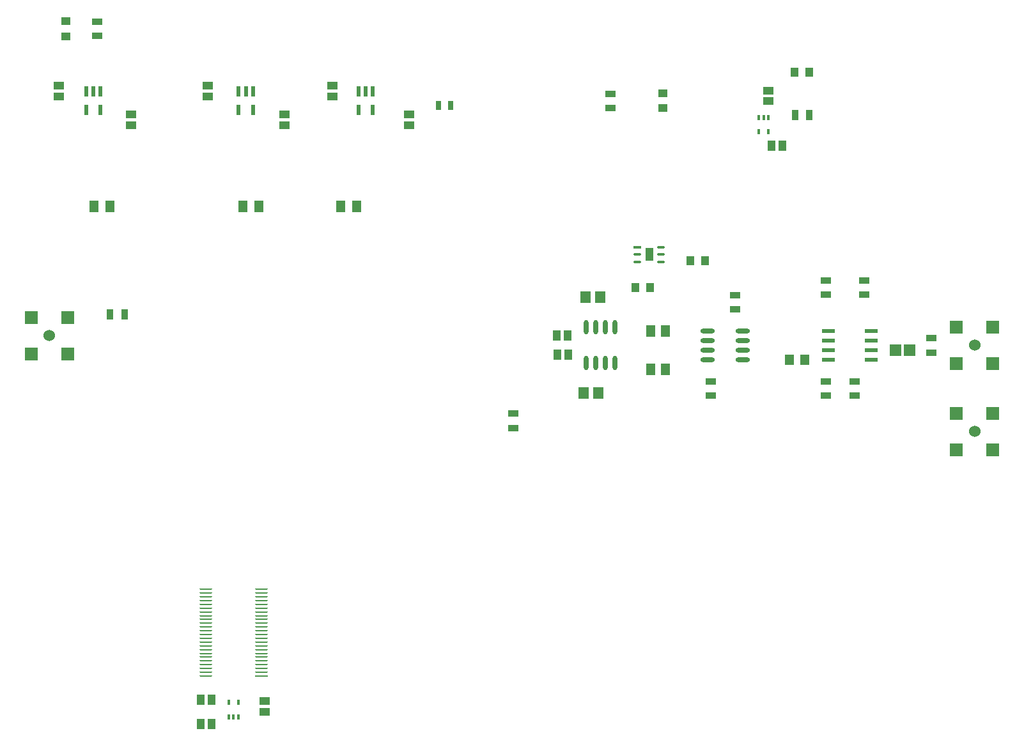
<source format=gtp>
G04*
G04 #@! TF.GenerationSoftware,Altium Limited,Altium Designer,22.7.1 (60)*
G04*
G04 Layer_Color=8421504*
%FSLAX44Y44*%
%MOMM*%
G71*
G04*
G04 #@! TF.SameCoordinates,34B7A8A0-57E4-4CCA-9FD8-BF788A575D18*
G04*
G04*
G04 #@! TF.FilePolarity,Positive*
G04*
G01*
G75*
%ADD18R,1.0000X1.7500*%
%ADD19R,1.0096X0.3811*%
G04:AMPARAMS|DCode=20|XSize=1.0096mm|YSize=0.3811mm|CornerRadius=0.1905mm|HoleSize=0mm|Usage=FLASHONLY|Rotation=0.000|XOffset=0mm|YOffset=0mm|HoleType=Round|Shape=RoundedRectangle|*
%AMROUNDEDRECTD20*
21,1,1.0096,0.0000,0,0,0.0*
21,1,0.6286,0.3811,0,0,0.0*
1,1,0.3811,0.3143,0.0000*
1,1,0.3811,-0.3143,0.0000*
1,1,0.3811,-0.3143,0.0000*
1,1,0.3811,0.3143,0.0000*
%
%ADD20ROUNDEDRECTD20*%
%ADD21R,1.0000X1.2500*%
%ADD22R,0.4000X0.7500*%
%ADD23R,1.1000X1.3500*%
G04:AMPARAMS|DCode=24|XSize=1.6554mm|YSize=0.2525mm|CornerRadius=0.1262mm|HoleSize=0mm|Usage=FLASHONLY|Rotation=180.000|XOffset=0mm|YOffset=0mm|HoleType=Round|Shape=RoundedRectangle|*
%AMROUNDEDRECTD24*
21,1,1.6554,0.0000,0,0,180.0*
21,1,1.4030,0.2525,0,0,180.0*
1,1,0.2525,-0.7015,0.0000*
1,1,0.2525,0.7015,0.0000*
1,1,0.2525,0.7015,0.0000*
1,1,0.2525,-0.7015,0.0000*
%
%ADD24ROUNDEDRECTD24*%
%ADD25R,1.6554X0.2525*%
%ADD26R,1.3500X1.1000*%
%ADD27R,1.7780X1.7780*%
%ADD28C,1.5240*%
%ADD29R,0.9500X1.4500*%
%ADD30R,1.3500X1.5500*%
%ADD31R,1.4000X0.9500*%
%ADD32R,1.6637X0.5334*%
%ADD33R,1.5000X1.5500*%
%ADD34R,1.2500X1.0000*%
%ADD35R,0.8000X1.2500*%
%ADD36R,1.4500X0.9500*%
%ADD37O,0.6000X1.9000*%
%ADD38R,1.2065X1.5082*%
%ADD39R,0.5080X1.3208*%
%ADD40R,0.9500X1.4000*%
%ADD41O,1.9000X0.6000*%
%ADD42R,1.2000X1.4500*%
%ADD43R,1.3061X1.5082*%
D18*
X838928Y658520D02*
D03*
D19*
X822960Y668020D02*
D03*
D20*
X854710D02*
D03*
Y658520D02*
D03*
Y649020D02*
D03*
X822960D02*
D03*
Y658520D02*
D03*
D21*
X913224Y649986D02*
D03*
X893224D02*
D03*
X840580Y614680D02*
D03*
X820580D02*
D03*
X1051400Y900430D02*
D03*
X1031400D02*
D03*
D22*
X282044Y65126D02*
D03*
X295044D02*
D03*
Y46126D02*
D03*
X288544D02*
D03*
X282044D02*
D03*
X997100Y840080D02*
D03*
X990600D02*
D03*
X984100D02*
D03*
Y821080D02*
D03*
X997100D02*
D03*
D23*
X258968Y68580D02*
D03*
X244968D02*
D03*
X258968Y36322D02*
D03*
X244968D02*
D03*
X717408Y525780D02*
D03*
X731408D02*
D03*
X716900Y551180D02*
D03*
X730900D02*
D03*
X1015380Y802640D02*
D03*
X1001380D02*
D03*
D24*
X251790Y99980D02*
D03*
Y104980D02*
D03*
Y109980D02*
D03*
Y114980D02*
D03*
Y119980D02*
D03*
Y124980D02*
D03*
Y129980D02*
D03*
Y134980D02*
D03*
Y139980D02*
D03*
Y144980D02*
D03*
Y149980D02*
D03*
Y154980D02*
D03*
Y159980D02*
D03*
Y164980D02*
D03*
Y169980D02*
D03*
Y174980D02*
D03*
Y179980D02*
D03*
Y184980D02*
D03*
Y189980D02*
D03*
Y194980D02*
D03*
Y199980D02*
D03*
Y204980D02*
D03*
Y209980D02*
D03*
Y214980D02*
D03*
X325298D02*
D03*
Y209980D02*
D03*
Y204980D02*
D03*
Y199980D02*
D03*
Y194980D02*
D03*
Y189980D02*
D03*
Y184980D02*
D03*
Y179980D02*
D03*
Y174980D02*
D03*
Y169980D02*
D03*
Y164980D02*
D03*
Y159980D02*
D03*
Y154980D02*
D03*
Y149980D02*
D03*
Y144980D02*
D03*
Y139980D02*
D03*
Y134980D02*
D03*
Y129980D02*
D03*
Y124980D02*
D03*
Y119980D02*
D03*
Y114980D02*
D03*
Y109980D02*
D03*
Y104980D02*
D03*
D25*
Y99980D02*
D03*
D26*
X329438Y66944D02*
D03*
Y52944D02*
D03*
X996950Y875680D02*
D03*
Y861680D02*
D03*
X520700Y829930D02*
D03*
Y843930D02*
D03*
X419100Y868030D02*
D03*
Y882030D02*
D03*
X254000Y868030D02*
D03*
Y882030D02*
D03*
X57150Y868030D02*
D03*
Y882030D02*
D03*
X355600Y843930D02*
D03*
Y829930D02*
D03*
X152400Y843930D02*
D03*
Y829930D02*
D03*
D27*
X1245870Y448310D02*
D03*
X1294130D02*
D03*
X1245870Y400050D02*
D03*
X1294130D02*
D03*
X1245870Y562610D02*
D03*
X1294130D02*
D03*
X1245870Y514350D02*
D03*
X1294130D02*
D03*
X68580Y527050D02*
D03*
X20320D02*
D03*
X68580Y575310D02*
D03*
X20320D02*
D03*
D28*
X1270000Y424180D02*
D03*
Y538480D02*
D03*
X44450Y551180D02*
D03*
D29*
X144116Y578866D02*
D03*
X124616D02*
D03*
D30*
X774290Y601980D02*
D03*
X754790D02*
D03*
X771750Y474980D02*
D03*
X752250D02*
D03*
D31*
X1123950Y605430D02*
D03*
Y623930D02*
D03*
X1073150Y605430D02*
D03*
Y623930D02*
D03*
X107950Y948330D02*
D03*
Y966830D02*
D03*
X787400Y871580D02*
D03*
Y853080D02*
D03*
X920750Y490580D02*
D03*
Y472080D02*
D03*
X952500Y586380D02*
D03*
Y604880D02*
D03*
X1111250Y490580D02*
D03*
Y472080D02*
D03*
X1073150Y490580D02*
D03*
Y472080D02*
D03*
D32*
X1133158Y519430D02*
D03*
Y532130D02*
D03*
Y544830D02*
D03*
Y557530D02*
D03*
X1076643D02*
D03*
Y544830D02*
D03*
Y532130D02*
D03*
Y519430D02*
D03*
D33*
X1184000Y532130D02*
D03*
X1165500D02*
D03*
D34*
X66040Y947580D02*
D03*
Y967580D02*
D03*
X857250Y872330D02*
D03*
Y852330D02*
D03*
D35*
X575690Y855980D02*
D03*
X559690D02*
D03*
D36*
X659130Y447900D02*
D03*
Y428400D02*
D03*
X1212850Y528730D02*
D03*
Y548230D02*
D03*
D37*
X755650Y514980D02*
D03*
X768350D02*
D03*
X781050D02*
D03*
X793750D02*
D03*
X755650Y561980D02*
D03*
X768350D02*
D03*
X781050D02*
D03*
X793750D02*
D03*
D38*
X321659Y722630D02*
D03*
X300641D02*
D03*
X124809D02*
D03*
X103791D02*
D03*
X430181D02*
D03*
X451199D02*
D03*
D39*
X314300Y874268D02*
D03*
X304800D02*
D03*
X295300D02*
D03*
Y850392D02*
D03*
X314300D02*
D03*
X473050Y874268D02*
D03*
X463550D02*
D03*
X454050D02*
D03*
Y850392D02*
D03*
X473050D02*
D03*
X112370Y874268D02*
D03*
X102870D02*
D03*
X93370D02*
D03*
Y850392D02*
D03*
X112370D02*
D03*
D40*
X1050650Y843280D02*
D03*
X1032150D02*
D03*
D41*
X963300Y519430D02*
D03*
Y532130D02*
D03*
Y544830D02*
D03*
Y557530D02*
D03*
X916300Y519430D02*
D03*
Y532130D02*
D03*
Y544830D02*
D03*
Y557530D02*
D03*
D42*
X1025050Y519430D02*
D03*
X1045050D02*
D03*
D43*
X841139Y506730D02*
D03*
X860661D02*
D03*
X841139Y557530D02*
D03*
X860661D02*
D03*
M02*

</source>
